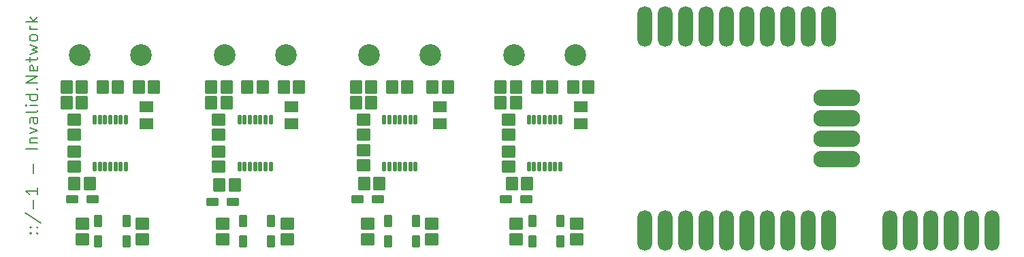
<source format=gbr>
%TF.GenerationSoftware,KiCad,Pcbnew,(6.0.9)*%
%TF.CreationDate,2022-12-27T14:58:47-08:00*%
%TF.ProjectId,esp32-poe-thermocouple-hat-prod-onboard,65737033-322d-4706-9f65-2d746865726d,rev?*%
%TF.SameCoordinates,Original*%
%TF.FileFunction,Soldermask,Top*%
%TF.FilePolarity,Negative*%
%FSLAX46Y46*%
G04 Gerber Fmt 4.6, Leading zero omitted, Abs format (unit mm)*
G04 Created by KiCad (PCBNEW (6.0.9)) date 2022-12-27 14:58:47*
%MOMM*%
%LPD*%
G01*
G04 APERTURE LIST*
G04 Aperture macros list*
%AMRoundRect*
0 Rectangle with rounded corners*
0 $1 Rounding radius*
0 $2 $3 $4 $5 $6 $7 $8 $9 X,Y pos of 4 corners*
0 Add a 4 corners polygon primitive as box body*
4,1,4,$2,$3,$4,$5,$6,$7,$8,$9,$2,$3,0*
0 Add four circle primitives for the rounded corners*
1,1,$1+$1,$2,$3*
1,1,$1+$1,$4,$5*
1,1,$1+$1,$6,$7*
1,1,$1+$1,$8,$9*
0 Add four rect primitives between the rounded corners*
20,1,$1+$1,$2,$3,$4,$5,0*
20,1,$1+$1,$4,$5,$6,$7,0*
20,1,$1+$1,$6,$7,$8,$9,0*
20,1,$1+$1,$8,$9,$2,$3,0*%
G04 Aperture macros list end*
%ADD10C,0.167640*%
%ADD11O,1.828800X5.080000*%
%ADD12O,5.842000X2.082800*%
%ADD13RoundRect,0.101600X0.152400X0.495300X-0.152400X0.495300X-0.152400X-0.495300X0.152400X-0.495300X0*%
%ADD14RoundRect,0.101600X0.750000X-0.600000X0.750000X0.600000X-0.750000X0.600000X-0.750000X-0.600000X0*%
%ADD15RoundRect,0.101600X0.650000X0.750000X-0.650000X0.750000X-0.650000X-0.750000X0.650000X-0.750000X0*%
%ADD16RoundRect,0.101600X-0.750000X0.650000X-0.750000X-0.650000X0.750000X-0.650000X0.750000X0.650000X0*%
%ADD17RoundRect,0.101600X0.750000X-0.650000X0.750000X0.650000X-0.750000X0.650000X-0.750000X-0.650000X0*%
%ADD18RoundRect,0.101600X-0.650000X-0.750000X0.650000X-0.750000X0.650000X0.750000X-0.650000X0.750000X0*%
%ADD19RoundRect,0.101600X-0.675000X-0.400000X0.675000X-0.400000X0.675000X0.400000X-0.675000X0.400000X0*%
%ADD20RoundRect,0.101600X0.400000X-0.675000X0.400000X0.675000X-0.400000X0.675000X-0.400000X-0.675000X0*%
%ADD21C,2.703200*%
G04 APERTURE END LIST*
D10*
X88574322Y-117710246D02*
X88646168Y-117638400D01*
X88718014Y-117710246D01*
X88646168Y-117782091D01*
X88574322Y-117710246D01*
X88718014Y-117710246D01*
X87784020Y-117710246D02*
X87855865Y-117638400D01*
X87927711Y-117710246D01*
X87855865Y-117782091D01*
X87784020Y-117710246D01*
X87927711Y-117710246D01*
X88574322Y-116991788D02*
X88646168Y-116919943D01*
X88718014Y-116991788D01*
X88646168Y-117063634D01*
X88574322Y-116991788D01*
X88718014Y-116991788D01*
X87784020Y-116991788D02*
X87855865Y-116919943D01*
X87927711Y-116991788D01*
X87855865Y-117063634D01*
X87784020Y-116991788D01*
X87927711Y-116991788D01*
X87137408Y-115195646D02*
X89077242Y-116488868D01*
X88143248Y-114692726D02*
X88143248Y-113543194D01*
X88718014Y-112034434D02*
X88718014Y-112896583D01*
X88718014Y-112465508D02*
X87209254Y-112465508D01*
X87424791Y-112609200D01*
X87568482Y-112752891D01*
X87640328Y-112896583D01*
X88143248Y-110238291D02*
X88143248Y-109088760D01*
X88718014Y-107220771D02*
X87209254Y-107220771D01*
X87712174Y-106502314D02*
X88718014Y-106502314D01*
X87855865Y-106502314D02*
X87784020Y-106430468D01*
X87712174Y-106286777D01*
X87712174Y-106071240D01*
X87784020Y-105927548D01*
X87927711Y-105855703D01*
X88718014Y-105855703D01*
X87712174Y-105280937D02*
X88718014Y-104921708D01*
X87712174Y-104562480D01*
X88718014Y-103341103D02*
X87927711Y-103341103D01*
X87784020Y-103412948D01*
X87712174Y-103556640D01*
X87712174Y-103844023D01*
X87784020Y-103987714D01*
X88646168Y-103341103D02*
X88718014Y-103484794D01*
X88718014Y-103844023D01*
X88646168Y-103987714D01*
X88502477Y-104059560D01*
X88358785Y-104059560D01*
X88215094Y-103987714D01*
X88143248Y-103844023D01*
X88143248Y-103484794D01*
X88071402Y-103341103D01*
X88718014Y-102407108D02*
X88646168Y-102550800D01*
X88502477Y-102622646D01*
X87209254Y-102622646D01*
X88718014Y-101832343D02*
X87712174Y-101832343D01*
X87209254Y-101832343D02*
X87281100Y-101904188D01*
X87352945Y-101832343D01*
X87281100Y-101760497D01*
X87209254Y-101832343D01*
X87352945Y-101832343D01*
X88718014Y-100467274D02*
X87209254Y-100467274D01*
X88646168Y-100467274D02*
X88718014Y-100610966D01*
X88718014Y-100898348D01*
X88646168Y-101042040D01*
X88574322Y-101113886D01*
X88430631Y-101185731D01*
X87999557Y-101185731D01*
X87855865Y-101113886D01*
X87784020Y-101042040D01*
X87712174Y-100898348D01*
X87712174Y-100610966D01*
X87784020Y-100467274D01*
X88574322Y-99748817D02*
X88646168Y-99676971D01*
X88718014Y-99748817D01*
X88646168Y-99820663D01*
X88574322Y-99748817D01*
X88718014Y-99748817D01*
X88718014Y-99030360D02*
X87209254Y-99030360D01*
X88718014Y-98168211D01*
X87209254Y-98168211D01*
X88646168Y-96874988D02*
X88718014Y-97018680D01*
X88718014Y-97306063D01*
X88646168Y-97449754D01*
X88502477Y-97521600D01*
X87927711Y-97521600D01*
X87784020Y-97449754D01*
X87712174Y-97306063D01*
X87712174Y-97018680D01*
X87784020Y-96874988D01*
X87927711Y-96803143D01*
X88071402Y-96803143D01*
X88215094Y-97521600D01*
X87712174Y-96372068D02*
X87712174Y-95797303D01*
X87209254Y-96156531D02*
X88502477Y-96156531D01*
X88646168Y-96084686D01*
X88718014Y-95940994D01*
X88718014Y-95797303D01*
X87712174Y-95438074D02*
X88718014Y-95150691D01*
X87999557Y-94863308D01*
X88718014Y-94575926D01*
X87712174Y-94288543D01*
X88718014Y-93498240D02*
X88646168Y-93641931D01*
X88574322Y-93713777D01*
X88430631Y-93785623D01*
X87999557Y-93785623D01*
X87855865Y-93713777D01*
X87784020Y-93641931D01*
X87712174Y-93498240D01*
X87712174Y-93282703D01*
X87784020Y-93139011D01*
X87855865Y-93067166D01*
X87999557Y-92995320D01*
X88430631Y-92995320D01*
X88574322Y-93067166D01*
X88646168Y-93139011D01*
X88718014Y-93282703D01*
X88718014Y-93498240D01*
X88718014Y-92348708D02*
X87712174Y-92348708D01*
X87999557Y-92348708D02*
X87855865Y-92276863D01*
X87784020Y-92205017D01*
X87712174Y-92061326D01*
X87712174Y-91917634D01*
X88718014Y-91414714D02*
X87209254Y-91414714D01*
X88143248Y-91271023D02*
X88718014Y-90839948D01*
X87712174Y-90839948D02*
X88286940Y-91414714D01*
X88574322Y-117710246D02*
X88646168Y-117638400D01*
X88718014Y-117710246D01*
X88646168Y-117782091D01*
X88574322Y-117710246D01*
X88718014Y-117710246D01*
X87784020Y-117710246D02*
X87855865Y-117638400D01*
X87927711Y-117710246D01*
X87855865Y-117782091D01*
X87784020Y-117710246D01*
X87927711Y-117710246D01*
X88574322Y-116991788D02*
X88646168Y-116919943D01*
X88718014Y-116991788D01*
X88646168Y-117063634D01*
X88574322Y-116991788D01*
X88718014Y-116991788D01*
X87784020Y-116991788D02*
X87855865Y-116919943D01*
X87927711Y-116991788D01*
X87855865Y-117063634D01*
X87784020Y-116991788D01*
X87927711Y-116991788D01*
X87137408Y-115195646D02*
X89077242Y-116488868D01*
X88143248Y-114692726D02*
X88143248Y-113543194D01*
X88718014Y-112034434D02*
X88718014Y-112896583D01*
X88718014Y-112465508D02*
X87209254Y-112465508D01*
X87424791Y-112609200D01*
X87568482Y-112752891D01*
X87640328Y-112896583D01*
X88143248Y-110238291D02*
X88143248Y-109088760D01*
X88718014Y-107220771D02*
X87209254Y-107220771D01*
X87712174Y-106502314D02*
X88718014Y-106502314D01*
X87855865Y-106502314D02*
X87784020Y-106430468D01*
X87712174Y-106286777D01*
X87712174Y-106071240D01*
X87784020Y-105927548D01*
X87927711Y-105855703D01*
X88718014Y-105855703D01*
X87712174Y-105280937D02*
X88718014Y-104921708D01*
X87712174Y-104562480D01*
X88718014Y-103341103D02*
X87927711Y-103341103D01*
X87784020Y-103412948D01*
X87712174Y-103556640D01*
X87712174Y-103844023D01*
X87784020Y-103987714D01*
X88646168Y-103341103D02*
X88718014Y-103484794D01*
X88718014Y-103844023D01*
X88646168Y-103987714D01*
X88502477Y-104059560D01*
X88358785Y-104059560D01*
X88215094Y-103987714D01*
X88143248Y-103844023D01*
X88143248Y-103484794D01*
X88071402Y-103341103D01*
X88718014Y-102407108D02*
X88646168Y-102550800D01*
X88502477Y-102622646D01*
X87209254Y-102622646D01*
X88718014Y-101832343D02*
X87712174Y-101832343D01*
X87209254Y-101832343D02*
X87281100Y-101904188D01*
X87352945Y-101832343D01*
X87281100Y-101760497D01*
X87209254Y-101832343D01*
X87352945Y-101832343D01*
X88718014Y-100467274D02*
X87209254Y-100467274D01*
X88646168Y-100467274D02*
X88718014Y-100610966D01*
X88718014Y-100898348D01*
X88646168Y-101042040D01*
X88574322Y-101113886D01*
X88430631Y-101185731D01*
X87999557Y-101185731D01*
X87855865Y-101113886D01*
X87784020Y-101042040D01*
X87712174Y-100898348D01*
X87712174Y-100610966D01*
X87784020Y-100467274D01*
X88574322Y-99748817D02*
X88646168Y-99676971D01*
X88718014Y-99748817D01*
X88646168Y-99820663D01*
X88574322Y-99748817D01*
X88718014Y-99748817D01*
X88718014Y-99030360D02*
X87209254Y-99030360D01*
X88718014Y-98168211D01*
X87209254Y-98168211D01*
X88646168Y-96874988D02*
X88718014Y-97018680D01*
X88718014Y-97306063D01*
X88646168Y-97449754D01*
X88502477Y-97521600D01*
X87927711Y-97521600D01*
X87784020Y-97449754D01*
X87712174Y-97306063D01*
X87712174Y-97018680D01*
X87784020Y-96874988D01*
X87927711Y-96803143D01*
X88071402Y-96803143D01*
X88215094Y-97521600D01*
X87712174Y-96372068D02*
X87712174Y-95797303D01*
X87209254Y-96156531D02*
X88502477Y-96156531D01*
X88646168Y-96084686D01*
X88718014Y-95940994D01*
X88718014Y-95797303D01*
X87712174Y-95438074D02*
X88718014Y-95150691D01*
X87999557Y-94863308D01*
X88718014Y-94575926D01*
X87712174Y-94288543D01*
X88718014Y-93498240D02*
X88646168Y-93641931D01*
X88574322Y-93713777D01*
X88430631Y-93785623D01*
X87999557Y-93785623D01*
X87855865Y-93713777D01*
X87784020Y-93641931D01*
X87712174Y-93498240D01*
X87712174Y-93282703D01*
X87784020Y-93139011D01*
X87855865Y-93067166D01*
X87999557Y-92995320D01*
X88430631Y-92995320D01*
X88574322Y-93067166D01*
X88646168Y-93139011D01*
X88718014Y-93282703D01*
X88718014Y-93498240D01*
X88718014Y-92348708D02*
X87712174Y-92348708D01*
X87999557Y-92348708D02*
X87855865Y-92276863D01*
X87784020Y-92205017D01*
X87712174Y-92061326D01*
X87712174Y-91917634D01*
X88718014Y-91414714D02*
X87209254Y-91414714D01*
X88143248Y-91271023D02*
X88718014Y-90839948D01*
X87712174Y-90839948D02*
X88286940Y-91414714D01*
D11*
%TO.C,BME280*%
X207391100Y-117383600D03*
X204851100Y-117383600D03*
X202311100Y-117383600D03*
X199771100Y-117383600D03*
X197231100Y-117383600D03*
X194691100Y-117383600D03*
%TD*%
%TO.C,JP1*%
X187071100Y-117383600D03*
X184531100Y-117383600D03*
X181991100Y-117383600D03*
X179451100Y-117383600D03*
X176911100Y-117383600D03*
X174371100Y-117383600D03*
X171831100Y-117383600D03*
X169291100Y-117383600D03*
X166751100Y-117383600D03*
X164211100Y-117383600D03*
%TD*%
%TO.C,JP2*%
X187071100Y-91983600D03*
X184531100Y-91983600D03*
X181991100Y-91983600D03*
X179451100Y-91983600D03*
X176911100Y-91983600D03*
X174371100Y-91983600D03*
X171831100Y-91983600D03*
X169291100Y-91983600D03*
X166751100Y-91983600D03*
X164211100Y-91983600D03*
%TD*%
D12*
%TO.C,U$1*%
X188041100Y-108493600D03*
X188041100Y-105953600D03*
X188041100Y-103413600D03*
X188041100Y-100873600D03*
%TD*%
D13*
%TO.C,U2*%
X153691100Y-109421400D03*
X153041100Y-109421400D03*
X152391100Y-109421400D03*
X151741100Y-109421400D03*
X151091100Y-109421400D03*
X150441100Y-109421400D03*
X149791100Y-109421400D03*
X149791100Y-103585800D03*
X150441100Y-103585800D03*
X151091100Y-103585800D03*
X151741100Y-103585800D03*
X152391100Y-103585800D03*
X153041100Y-103585800D03*
X153691100Y-103585800D03*
%TD*%
D14*
%TO.C,C1*%
X156241100Y-101953600D03*
X156241100Y-104053600D03*
%TD*%
D15*
%TO.C,C2*%
X150791100Y-99503600D03*
X152691100Y-99503600D03*
%TD*%
%TO.C,C3*%
X146291100Y-101503600D03*
X148191100Y-101503600D03*
%TD*%
D16*
%TO.C,C4*%
X147241100Y-105453600D03*
X147241100Y-103553600D03*
%TD*%
D17*
%TO.C,C5*%
X147241100Y-107553600D03*
X147241100Y-109453600D03*
%TD*%
D15*
%TO.C,R1*%
X155291100Y-99503600D03*
X157191100Y-99503600D03*
%TD*%
D18*
%TO.C,R2*%
X148191100Y-99503600D03*
X146291100Y-99503600D03*
%TD*%
D19*
%TO.C,D1*%
X149511100Y-113503600D03*
X146971100Y-113503600D03*
%TD*%
D20*
%TO.C,D2*%
X150241100Y-116233600D03*
X150241100Y-118773600D03*
%TD*%
%TO.C,D3*%
X153741100Y-116233600D03*
X153741100Y-118773600D03*
%TD*%
D16*
%TO.C,R3*%
X155741100Y-118453600D03*
X155741100Y-116553600D03*
%TD*%
%TO.C,R4*%
X148241100Y-118453600D03*
X148241100Y-116553600D03*
%TD*%
D15*
%TO.C,R5*%
X147671100Y-111563600D03*
X149571100Y-111563600D03*
%TD*%
D13*
%TO.C,U1*%
X135691100Y-109421400D03*
X135041100Y-109421400D03*
X134391100Y-109421400D03*
X133741100Y-109421400D03*
X133091100Y-109421400D03*
X132441100Y-109421400D03*
X131791100Y-109421400D03*
X131791100Y-103585800D03*
X132441100Y-103585800D03*
X133091100Y-103585800D03*
X133741100Y-103585800D03*
X134391100Y-103585800D03*
X135041100Y-103585800D03*
X135691100Y-103585800D03*
%TD*%
D14*
%TO.C,C6*%
X138741100Y-101953600D03*
X138741100Y-104053600D03*
%TD*%
D15*
%TO.C,C7*%
X132791100Y-99503600D03*
X134691100Y-99503600D03*
%TD*%
%TO.C,C8*%
X128291100Y-101503600D03*
X130191100Y-101503600D03*
%TD*%
D16*
%TO.C,C9*%
X129241100Y-105453600D03*
X129241100Y-103553600D03*
%TD*%
D17*
%TO.C,C10*%
X129261100Y-107373600D03*
X129261100Y-109273600D03*
%TD*%
D15*
%TO.C,R6*%
X137791100Y-99503600D03*
X139691100Y-99503600D03*
%TD*%
D18*
%TO.C,R7*%
X130191100Y-99503600D03*
X128291100Y-99503600D03*
%TD*%
D19*
%TO.C,D4*%
X131011100Y-113503600D03*
X128471100Y-113503600D03*
%TD*%
D20*
%TO.C,D5*%
X132241100Y-116233600D03*
X132241100Y-118773600D03*
%TD*%
%TO.C,D6*%
X135741100Y-116233600D03*
X135741100Y-118773600D03*
%TD*%
D16*
%TO.C,R8*%
X137741100Y-118453600D03*
X137741100Y-116553600D03*
%TD*%
%TO.C,R9*%
X129741100Y-118453600D03*
X129741100Y-116553600D03*
%TD*%
D15*
%TO.C,R10*%
X129291100Y-111503600D03*
X131191100Y-111503600D03*
%TD*%
D13*
%TO.C,U3*%
X117691100Y-109421400D03*
X117041100Y-109421400D03*
X116391100Y-109421400D03*
X115741100Y-109421400D03*
X115091100Y-109421400D03*
X114441100Y-109421400D03*
X113791100Y-109421400D03*
X113791100Y-103585800D03*
X114441100Y-103585800D03*
X115091100Y-103585800D03*
X115741100Y-103585800D03*
X116391100Y-103585800D03*
X117041100Y-103585800D03*
X117691100Y-103585800D03*
%TD*%
D14*
%TO.C,C11*%
X120241100Y-101953600D03*
X120241100Y-104053600D03*
%TD*%
D15*
%TO.C,C12*%
X114791100Y-99503600D03*
X116691100Y-99503600D03*
%TD*%
%TO.C,C13*%
X110291100Y-101503600D03*
X112191100Y-101503600D03*
%TD*%
D16*
%TO.C,C14*%
X111241100Y-105453600D03*
X111241100Y-103553600D03*
%TD*%
D17*
%TO.C,C15*%
X111241100Y-107553600D03*
X111241100Y-109453600D03*
%TD*%
D15*
%TO.C,R11*%
X119291100Y-99503600D03*
X121191100Y-99503600D03*
%TD*%
D18*
%TO.C,R12*%
X112191100Y-99503600D03*
X110291100Y-99503600D03*
%TD*%
D19*
%TO.C,D7*%
X112991100Y-113843600D03*
X110451100Y-113843600D03*
%TD*%
D20*
%TO.C,D8*%
X114241100Y-116233600D03*
X114241100Y-118773600D03*
%TD*%
%TO.C,D9*%
X117741100Y-116233600D03*
X117741100Y-118773600D03*
%TD*%
D16*
%TO.C,R13*%
X119741100Y-118453600D03*
X119741100Y-116553600D03*
%TD*%
%TO.C,R14*%
X111741100Y-118453600D03*
X111741100Y-116553600D03*
%TD*%
D15*
%TO.C,R15*%
X111311100Y-111703600D03*
X113211100Y-111703600D03*
%TD*%
D13*
%TO.C,U4*%
X99691100Y-109421400D03*
X99041100Y-109421400D03*
X98391100Y-109421400D03*
X97741100Y-109421400D03*
X97091100Y-109421400D03*
X96441100Y-109421400D03*
X95791100Y-109421400D03*
X95791100Y-103585800D03*
X96441100Y-103585800D03*
X97091100Y-103585800D03*
X97741100Y-103585800D03*
X98391100Y-103585800D03*
X99041100Y-103585800D03*
X99691100Y-103585800D03*
%TD*%
D14*
%TO.C,C16*%
X102241100Y-101953600D03*
X102241100Y-104053600D03*
%TD*%
D15*
%TO.C,C17*%
X96791100Y-99503600D03*
X98691100Y-99503600D03*
%TD*%
%TO.C,C18*%
X92291100Y-101503600D03*
X94191100Y-101503600D03*
%TD*%
D16*
%TO.C,C19*%
X93241100Y-105453600D03*
X93241100Y-103553600D03*
%TD*%
D17*
%TO.C,C20*%
X93241100Y-107553600D03*
X93241100Y-109453600D03*
%TD*%
D15*
%TO.C,R16*%
X101291100Y-99503600D03*
X103191100Y-99503600D03*
%TD*%
D18*
%TO.C,R17*%
X94191100Y-99503600D03*
X92291100Y-99503600D03*
%TD*%
D19*
%TO.C,D10*%
X95511100Y-113503600D03*
X92971100Y-113503600D03*
%TD*%
D20*
%TO.C,D11*%
X96241100Y-116233600D03*
X96241100Y-118773600D03*
%TD*%
%TO.C,D12*%
X99741100Y-116233600D03*
X99741100Y-118773600D03*
%TD*%
D16*
%TO.C,R18*%
X101741100Y-118453600D03*
X101741100Y-116553600D03*
%TD*%
%TO.C,R19*%
X94241100Y-118453600D03*
X94241100Y-116553600D03*
%TD*%
D15*
%TO.C,R20*%
X93291100Y-111503600D03*
X95191100Y-111503600D03*
%TD*%
D21*
%TO.C,J1*%
X155551100Y-95503600D03*
X147931100Y-95503600D03*
%TD*%
%TO.C,J2*%
X137551100Y-95503600D03*
X129931100Y-95503600D03*
%TD*%
%TO.C,J3*%
X119551100Y-95503600D03*
X111931100Y-95503600D03*
%TD*%
%TO.C,J4*%
X101551100Y-95503600D03*
X93931100Y-95503600D03*
%TD*%
M02*

</source>
